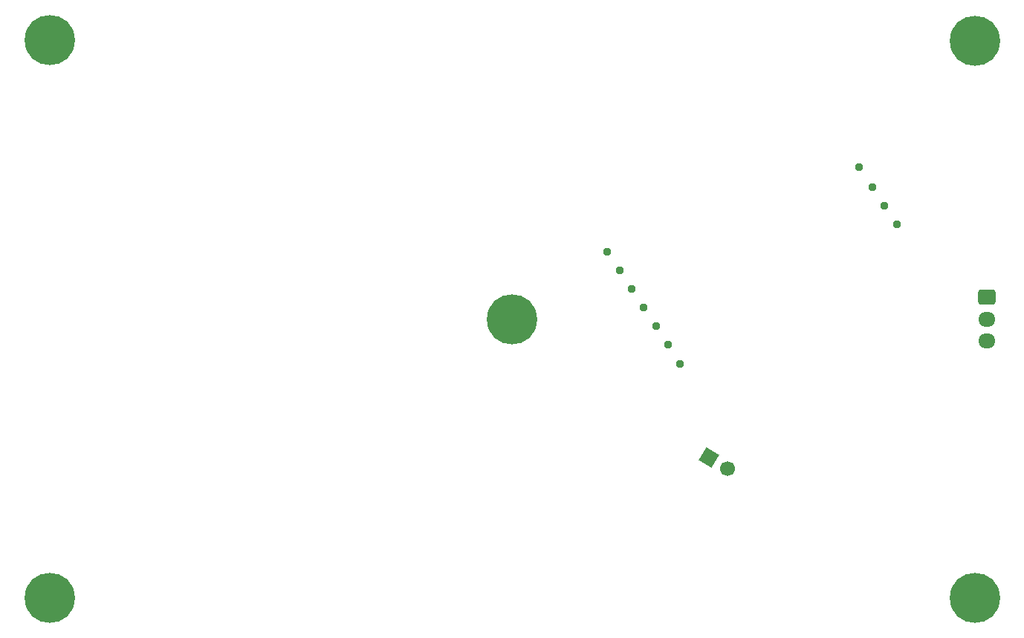
<source format=gbr>
%TF.GenerationSoftware,KiCad,Pcbnew,8.0.5*%
%TF.CreationDate,2025-03-21T14:04:30-04:00*%
%TF.ProjectId,rv_light,72765f6c-6967-4687-942e-6b696361645f,rev?*%
%TF.SameCoordinates,Original*%
%TF.FileFunction,Soldermask,Bot*%
%TF.FilePolarity,Negative*%
%FSLAX46Y46*%
G04 Gerber Fmt 4.6, Leading zero omitted, Abs format (unit mm)*
G04 Created by KiCad (PCBNEW 8.0.5) date 2025-03-21 14:04:30*
%MOMM*%
%LPD*%
G01*
G04 APERTURE LIST*
G04 Aperture macros list*
%AMRoundRect*
0 Rectangle with rounded corners*
0 $1 Rounding radius*
0 $2 $3 $4 $5 $6 $7 $8 $9 X,Y pos of 4 corners*
0 Add a 4 corners polygon primitive as box body*
4,1,4,$2,$3,$4,$5,$6,$7,$8,$9,$2,$3,0*
0 Add four circle primitives for the rounded corners*
1,1,$1+$1,$2,$3*
1,1,$1+$1,$4,$5*
1,1,$1+$1,$6,$7*
1,1,$1+$1,$8,$9*
0 Add four rect primitives between the rounded corners*
20,1,$1+$1,$2,$3,$4,$5,0*
20,1,$1+$1,$4,$5,$6,$7,0*
20,1,$1+$1,$6,$7,$8,$9,0*
20,1,$1+$1,$8,$9,$2,$3,0*%
%AMHorizOval*
0 Thick line with rounded ends*
0 $1 width*
0 $2 $3 position (X,Y) of the first rounded end (center of the circle)*
0 $4 $5 position (X,Y) of the second rounded end (center of the circle)*
0 Add line between two ends*
20,1,$1,$2,$3,$4,$5,0*
0 Add two circle primitives to create the rounded ends*
1,1,$1,$2,$3*
1,1,$1,$4,$5*%
%AMRotRect*
0 Rectangle, with rotation*
0 The origin of the aperture is its center*
0 $1 length*
0 $2 width*
0 $3 Rotation angle, in degrees counterclockwise*
0 Add horizontal line*
21,1,$1,$2,0,0,$3*%
G04 Aperture macros list end*
%ADD10C,0.939800*%
%ADD11C,5.715000*%
%ADD12RotRect,1.700000X1.700000X59.000000*%
%ADD13HorizOval,1.700000X0.000000X0.000000X0.000000X0.000000X0*%
%ADD14RoundRect,0.250000X-0.725000X0.600000X-0.725000X-0.600000X0.725000X-0.600000X0.725000X0.600000X0*%
%ADD15O,1.950000X1.700000*%
G04 APERTURE END LIST*
D10*
%TO.C,TP11*%
X13517191Y33528060D03*
%TD*%
%TO.C,TP10*%
X14900577Y31397847D03*
%TD*%
%TO.C,TP9*%
X45085000Y38735000D03*
%TD*%
%TO.C,TP8*%
X43711202Y40850464D03*
%TD*%
%TO.C,TP7*%
X42337405Y42965925D03*
%TD*%
%TO.C,TP6*%
X40815685Y45309172D03*
%TD*%
%TO.C,TP5*%
X20434109Y22876942D03*
%TD*%
%TO.C,TP4*%
X19050720Y25007164D03*
%TD*%
%TO.C,TP3*%
X17667336Y27137396D03*
%TD*%
%TO.C,TP2*%
X16283958Y29267615D03*
%TD*%
%TO.C,TP1*%
X12133810Y35658282D03*
%TD*%
D11*
%TO.C,H3*%
X53972221Y-3809637D03*
%TD*%
%TO.C,H2*%
X53971113Y59698784D03*
%TD*%
%TO.C,H1*%
X1266105Y27948781D03*
%TD*%
%TO.C,H4*%
X-51438898Y-3801227D03*
%TD*%
D12*
%TO.C,J1*%
X23672112Y12213677D03*
D13*
X25849317Y10905480D03*
%TD*%
D14*
%TO.C,J4*%
X55371998Y30440000D03*
D15*
X55371998Y27940000D03*
X55371998Y25440000D03*
%TD*%
D11*
%TO.C,H5*%
X-51419685Y59727331D03*
%TD*%
M02*

</source>
